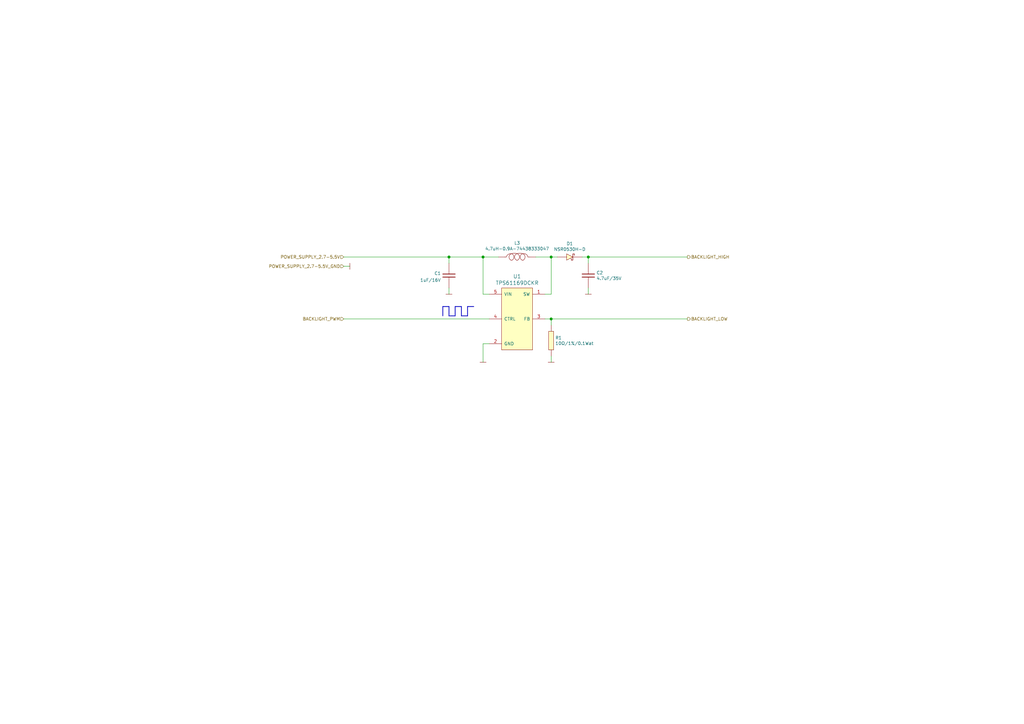
<source format=kicad_sch>
(kicad_sch (version 20211123) (generator eeschema)
  (paper "A3")
  (title_block (title "LCD Backlight Controller") (date "2020-12-19") (rev "V1.0") (company "Embedded System Labs"))
  (lib_symbols
    (symbol "Capacitors_Smd0603:1uF" (pin_numbers hide) (pin_names (offset 1.016) hide)
      (property "Reference" "C" (at 2.54 2.54 0))
      (property "Value" "1uF" (at 6.35 -2.54 0))
      (symbol "1uF_0_1"
        (polyline (pts (xy 2.54 -0.635) (xy -2.54 -0.635) (xy -2.54 -0.635)) (stroke (width 0.3048)))
        (polyline (pts (xy 2.54 0.635) (xy -2.54 0.635) (xy -2.54 0.635)) (stroke (width 0.3048)))
      )
      (symbol "1uF_1_1"
        (pin passive line (at 0 5.08 270) (length 4.4704) (name "~") (number "1"))
        (pin passive line (at 0 -5.08 90) (length 4.4704) (name "~") (number "2"))
      )
    )
    (symbol "Capacitors_Smd0603:4_7uF_0603" (pin_numbers hide) (pin_names (offset 0.254))
      (property "Reference" "C" (at 1.27 2.54 0))
      (property "Value" "4_7uF_0603" (at 1.27 -2.54 0))
      (symbol "4_7uF_0603_0_1"
        (polyline (pts (xy 2.54 -0.635) (xy -2.54 -0.635) (xy -2.54 -0.635)) (stroke (width 0.3048)))
        (polyline (pts (xy 2.54 0.635) (xy -2.54 0.635) (xy -2.54 0.635)) (stroke (width 0.3048)))
      )
      (symbol "4_7uF_0603_1_1"
        (pin passive line (at 0 5.08 270) (length 4.4704) (name "~") (number "1"))
        (pin passive line (at 0 -5.08 90) (length 4.4704) (name "~") (number "2"))
      )
    )
    (symbol "Diodes:NSR0530H-D" (pin_numbers hide) (pin_names (offset 1.016) hide)
      (property "Reference" "D" (at 0 5.08 0))
      (property "Value" "NSR0530H-D" (at 0 2.54 0))
      (symbol "NSR0530H-D_1_1"
        (polyline (pts (xy -1.27 1.27) (xy -1.27 -1.27)))
        (polyline (pts (xy -1.27 1.27) (xy 1.27 0) (xy -1.27 -1.27)) (fill (type background)))
        (polyline (pts (xy 1.905 0.635) (xy 1.905 1.27) (xy 1.27 1.27) (xy 1.27 -1.27) (xy 0.635 -1.27) (xy 0.635 -0.635)) (stroke (width 0.2032)))
        (pin passive line (at 5.08 0 180) (length 3.81) (name "K") (number "1"))
        (pin passive line (at -5.08 0 0) (length 3.81) (name "A") (number "2"))
      )
    )
    (symbol "Inductors:4.7uH-0.9A-74438333047" (pin_numbers hide) (pin_names (offset 1.016) hide)
      (property "Reference" "L" (at -2.54 0 90))
      (property "Value" "4.7uH-0.9A-74438333047" (at 2.54 0 90))
      (symbol "4.7uH-0.9A-74438333047_0_1"
        (arc (start -1.27 -2.54) (mid 0 -3.2591) (end 1.27 -2.54))
        (arc (start -1.27 -2.032) (mid -1.3189 -2.286) (end -1.27 -2.54))
        (arc (start -1.27 -0.254) (mid 0 -0.9731) (end 1.27 -0.254))
        (arc (start -1.27 0.254) (mid -1.3189 0) (end -1.27 -0.254))
        (arc (start -1.27 2.032) (mid 0 1.3129) (end 1.27 2.032))
        (arc (start -1.27 2.54) (mid -1.3189 2.286) (end -1.27 2.032))
        (arc (start 0 -4.445) (mid 1.1486 -3.648) (end 1.3208 -2.2606))
        (polyline (pts (xy 0 -5.08) (xy 0 -4.445)))
        (polyline (pts (xy 0 4.445) (xy 0 5.08)))
        (arc (start 1.27 -2.54) (mid 1.33 -2.286) (end 1.27 -2.032))
        (arc (start 1.27 -2.032) (mid 0 -1.2471) (end -1.27 -2.032))
        (arc (start 1.27 -0.254) (mid 1.33 0) (end 1.27 0.254))
        (arc (start 1.27 0.254) (mid 0 1.0389) (end -1.27 0.254))
        (arc (start 1.27 2.032) (mid 1.33 2.286) (end 1.27 2.54))
        (arc (start 1.27 2.54) (mid 0 3.3249) (end -1.27 2.54))
        (arc (start 1.3208 -2.413) (mid 1.5295 -1.143) (end 1.3208 0.127))
        (arc (start 1.3208 -0.127) (mid 1.5295 1.143) (end 1.3208 2.413))
        (arc (start 1.3208 2.2098) (mid 1.0983 3.5862) (end 0 4.445))
      )
      (symbol "4.7uH-0.9A-74438333047_1_1"
        (pin passive line (at 0 7.62 270) (length 2.54) (name "1") (number "1"))
        (pin passive line (at 0 -7.62 90) (length 2.54) (name "2") (number "2"))
      )
    )
    (symbol "Lcd_Backlight_Drivers:TPS61169DCKR" (pin_names (offset 1.016))
      (property "Reference" "U" (at 0 17.78 0))
      (property "Value" "TPS61169DCKR" (at 0 15.24 0))
      (symbol "TPS61169DCKR_0_1"
        (rectangle (start -6.35 12.7) (end 6.35 -12.7) (fill (type background)))
      )
      (symbol "TPS61169DCKR_1_1"
        (pin output line (at 11.43 10.16 180) (length 5.08) (name "SW") (number "1"))
        (pin power_in line (at -11.43 -10.16 0) (length 5.08) (name "GND") (number "2"))
        (pin input line (at 11.43 0 180) (length 5.08) (name "FB") (number "3"))
        (pin input line (at -11.43 0 0) (length 5.08) (name "CTRL") (number "4"))
        (pin power_in line (at -11.43 10.16 0) (length 5.08) (name "VIN") (number "5"))
      )
    )
    (symbol "Resistors_Smd0603:10R_1%" (pin_numbers hide) (pin_names (offset 1.016) hide)
      (property "Reference" "R" (at 2.54 0 90))
      (property "Value" "10R_1%" (at -2.54 0 90))
      (symbol "10R_1%_1_1"
        (rectangle (start -1.016 3.81) (end 1.016 -3.81) (fill (type background)))
        (pin passive line (at 0 6.35 270) (length 2.54) (name "~") (number "1"))
        (pin passive line (at 0 -6.35 90) (length 2.54) (name "~") (number "2"))
      )
    )
    (symbol "power:GND" (power) (pin_names (offset 0))
      (symbol "GND_0_1"
        (polyline (pts (xy -1.27 0) (xy 1.27 0)))
      )
      (symbol "GND_1_1"
        (pin power_in line (at 0 0 180) (length 0) hide (name "GND") (number "1"))
      )
    )
  )
  (junction (at 198.12 105.41) (diameter 1.016))
  (junction (at 184.15 105.41) (diameter 1.016))
  (junction (at 241.3 105.41) (diameter 1.016))
  (junction (at 226.06 105.41) (diameter 1.016))
  (junction (at 226.06 130.81) (diameter 1.016))
  (wire (pts (xy 226.06 130.81) (xy 281.94 130.81)))
  (polyline (pts (xy 186.69 125.73) (xy 189.23 125.73)) (stroke (width 0.3048) (type solid)))
  (polyline (pts (xy 181.61 129.54) (xy 181.61 125.73)) (stroke (width 0.3048) (type solid)))
  (wire (pts (xy 226.06 130.81) (xy 226.06 133.35)))
  (wire (pts (xy 198.12 120.65) (xy 198.12 105.41)))
  (polyline (pts (xy 191.77 129.54) (xy 191.77 125.73)) (stroke (width 0.3048) (type solid)))
  (polyline (pts (xy 191.77 125.73) (xy 194.31 125.73)) (stroke (width 0.3048) (type solid)))
  (wire (pts (xy 184.15 105.41) (xy 184.15 107.95)))
  (wire (pts (xy 223.52 120.65) (xy 226.06 120.65)))
  (polyline (pts (xy 181.61 125.73) (xy 184.15 125.73)) (stroke (width 0.3048) (type solid)))
  (wire (pts (xy 184.15 105.41) (xy 140.97 105.41)))
  (wire (pts (xy 200.66 140.97) (xy 198.12 140.97)))
  (polyline (pts (xy 189.23 125.73) (xy 189.23 129.54)) (stroke (width 0.3048) (type solid)))
  (wire (pts (xy 140.97 109.22) (xy 143.51 109.22)))
  (wire (pts (xy 241.3 105.41) (xy 281.94 105.41)))
  (wire (pts (xy 200.66 120.65) (xy 198.12 120.65)))
  (wire (pts (xy 226.06 146.05) (xy 226.06 148.59)))
  (wire (pts (xy 226.06 105.41) (xy 219.71 105.41)))
  (polyline (pts (xy 184.15 129.54) (xy 186.69 129.54)) (stroke (width 0.3048) (type solid)))
  (wire (pts (xy 184.15 118.11) (xy 184.15 120.65)))
  (wire (pts (xy 238.76 105.41) (xy 241.3 105.41)))
  (wire (pts (xy 226.06 105.41) (xy 228.6 105.41)))
  (wire (pts (xy 204.47 105.41) (xy 198.12 105.41)))
  (wire (pts (xy 241.3 118.11) (xy 241.3 120.65)))
  (polyline (pts (xy 184.15 125.73) (xy 184.15 129.54)) (stroke (width 0.3048) (type solid)))
  (wire (pts (xy 198.12 140.97) (xy 198.12 148.59)))
  (wire (pts (xy 223.52 130.81) (xy 226.06 130.81)))
  (polyline (pts (xy 186.69 129.54) (xy 186.69 125.73)) (stroke (width 0.3048) (type solid)))
  (wire (pts (xy 226.06 120.65) (xy 226.06 105.41)))
  (polyline (pts (xy 189.23 129.54) (xy 191.77 129.54)) (stroke (width 0.3048) (type solid)))
  (wire (pts (xy 198.12 105.41) (xy 184.15 105.41)))
  (wire (pts (xy 241.3 105.41) (xy 241.3 107.95)))
  (wire (pts (xy 200.66 130.81) (xy 140.97 130.81)))
  (hierarchical_label "BACKLIGHT_PWM" (shape input) (at 140.97 130.81 180))
  (hierarchical_label "BACKLIGHT_LOW" (shape output) (at 281.94 130.81 0))
  (hierarchical_label "BACKLIGHT_HIGH" (shape output) (at 281.94 105.41 0))
  (hierarchical_label "POWER_SUPPLY_2.7-5.5V" (shape input) (at 140.97 105.41 180))
  (hierarchical_label "POWER_SUPPLY_2.7-5.5V_GND" (shape input) (at 140.97 109.22 180))
  (symbol (lib_id "Lcd_Backlight_Drivers:TPS61169DCKR") (at 212.09 130.81 0) (unit 1)
    (property "Reference" "U1" (at 212.09 113.3602 0) (effects (font (size 1.524 1.524))))
    (property "Value" "TPS61169DCKR" (at 212.09 116.0526 0) (effects (font (size 1.524 1.524))))
    (property "Footprint" "Lcd_Backlight_Drivers:TPS61169DCKR" (effects hide))
    (property "Datasheet" "http://www.ti.com/general/docs/suppproductinfo.tsp?distId=26&gotoUrl=http%3A%2F%2Fwww.ti.com%2Flit%2Fgpn%2Ftps61169" (effects hide))
    (property "Manufacturer" "Texat Instruments" (effects hide))
    (property "Manufacturer Part Number" "TPS61169DCKR" (effects hide))
    (property "Supplier" "Mouser" (effects hide))
    (property "Supplier Part Number" "595-TPS61169DCKR" (effects hide))
    (property "URL" "https://pl.mouser.com/ProductDetail/Texas-Instruments/TPS61169DCKR?qs=sGAEpiMZZMshRPDbDyJ0AVlWRr1po8B0zg%2FtsS33ptY%3D" (effects hide))
    (property "Price@1pc" "3,53" (effects hide))
    (property "Price@1000pcs" "1,54" (effects hide))
    (property "Developer" "MW" (effects hide))
    (property "Package" "SC70-5" (effects hide))
    (property "LCSC Part # (optional)" "C71045" (effects hide))
  )
  (symbol (lib_id "Capacitors_Smd0603:4_7uF_0603") (at 241.3 113.03 0) (unit 1)
    (property "Reference" "C2" (at 244.6274 111.8616 0) (effects (justify left)))
    (property "Value" "4.7uF/35V" (at 244.6274 114.173 0) (effects (justify left)))
    (property "Footprint" "Capacitors_Smd_0603:4_7uF_0603" (effects hide))
    (property "Datasheet" "Smd_0603/Components_Documentation/KEM_C1005_Y5V_SMD.pdf" (effects hide))
    (property "Manufacturer" "SAMSUNG" (effects hide))
    (property "Manufacturer Part Number" "CL10A475KQ8NNNC" (effects hide))
    (property "Supplier" "TME" (effects hide))
    (property "Supplier Part Number" "CL10A475KQ8NNNC" (effects hide))
    (property "URL" "https://www.tme.eu/pl/details/cl10a475kq8nnnc/kondensatory-mlcc-smd-0603/samsung/" (effects hide))
    (property "Price@1pc" "0,08590" (effects hide))
    (property "Price@1000pcs" "0,04518" (effects hide))
    (property "Package" "0603" (effects hide))
  )
  (symbol (lib_id "Diodes:NSR0530H-D") (at 233.68 105.41 0) (unit 1)
    (property "Reference" "D1" (at 233.68 99.9236 0))
    (property "Value" "NSR0530H-D" (at 233.68 102.235 0))
    (property "Footprint" "Diodes:NSR0530H-D_SOD323" (effects hide))
    (property "Datasheet" "/home/mw/kicad_library/Schematic/Diodes/Components_Documentation/MBR230LSFT1-D.PDF" (effects hide))
  )
  (symbol (lib_id "power:GND") (at 241.3 120.65 0) (unit 1)
    (property "Reference" "#PWR0118" (effects hide))
    (property "Value" "GND" (effects hide))
  )
  (symbol (lib_id "power:GND") (at 184.15 120.65 0) (unit 1)
    (property "Reference" "#PWR0119" (effects hide))
    (property "Value" "GND" (effects hide))
  )
  (symbol (lib_id "power:GND") (at 198.12 148.59 0) (unit 1)
    (property "Reference" "#PWR0120" (effects hide))
    (property "Value" "GND" (effects hide))
  )
  (symbol (lib_id "power:GND") (at 226.06 148.59 0) (unit 1)
    (property "Reference" "#PWR0121" (effects hide))
    (property "Value" "GND" (effects hide))
  )
  (symbol (lib_id "power:GND") (at 143.51 109.22 90) (unit 1)
    (property "Reference" "#PWR0122" (effects hide))
    (property "Value" "GND" (effects hide))
  )
  (symbol (lib_id "Inductors:4.7uH-0.9A-74438333047") (at 212.09 105.41 90) (unit 1)
    (property "Reference" "L3" (at 212.09 99.695 90))
    (property "Value" "4.7uH-0.9A-74438333047" (at 212.09 102.0064 90))
    (property "Footprint" "Inductors:4.7uH-0.9A-74438333047" (effects hide))
    (property "Datasheet" "https://pl.mouser.com/datasheet/2/445/744030004-1720746.pdf" (effects hide))
    (property "Manufacturer" "Wurth" (effects hide))
    (property "Manufacturer Part Number" "74438333047" (effects hide))
    (property "Supplier" "Mouser" (effects hide))
    (property "Supplier Part Number" "710-74438333047" (effects hide))
    (property "URL" "https://pl.mouser.com/ProductDetail/Wurth-Elektronik/744030004?qs=2kOmHSv6VfR%252BWe9vXKDhWA%3D%3D" (effects hide))
    (property "Price@1pc" "6,29" (effects hide))
    (property "Price@1000pcs" "4,03" (effects hide))
    (property "Developer" "MW" (effects hide))
    (property "Package" "3mm x 3mm x 1mm" (effects hide))
  )
  (symbol (lib_id "Capacitors_Smd0603:1uF") (at 184.15 113.03 0) (unit 1)
    (property "Reference" "C1" (at 180.8226 112.1215 0) (effects (justify right)))
    (property "Value" "1uF/16V" (at 180.8226 114.8966 0) (effects (justify right)))
    (property "Footprint" "Capacitors_Smd_0603:1uF_0603" (effects hide))
    (property "Datasheet" "https://www.tme.eu/Document/4a42202b32dab16128fe107dd69598cc/samsung-chip-cap.pdf" (effects hide))
    (property "Manufacturer" "SAMSUNG" (effects hide))
    (property "Manufacturer Part Number" "CL10B105KO8NNNC" (effects hide))
    (property "Supplier" "TME" (effects hide))
    (property "Supplier Part Number" "CL10B105KO8NNNC" (effects hide))
    (property "URL" "https://www.tme.eu/pl/details/cl10b105ko8nnnc/kondensatory-mlcc-smd-0603/samsung/" (effects hide))
    (property "Price@1pc" "0,07530" (effects hide))
    (property "Price@1000pcs" "0,03514" (effects hide))
    (property "Package" "0603" (effects hide))
    (property "LCSC Part #(optional)" "C105504" (effects hide))
  )
  (symbol (lib_id "Resistors_Smd0603:10R_1%") (at 226.06 139.7 0) (unit 1)
    (property "Reference" "R1" (at 227.711 138.551 0) (effects (justify left)))
    (property "Value" "10Ω/1%/0.1Wat" (at 227.711 140.849 0) (effects (justify left)))
    (property "Footprint" "Resistor_Smd_0603:10R_0603" (effects hide))
    (property "Datasheet" "https://www.tme.eu/Document/b315665a56acbc42df513c99b390ad98/ROYALOHM-THICKFILM.pdf" (effects hide))
    (property "Manufacturer" "ROYAL OHM" (effects hide))
    (property "Manufacturer Part Number" "0603SAF100JT5E" (effects hide))
    (property "Supplier" "TME" (effects hide))
    (property "Supplier Part Number" "SMD0603-10R-1%" (effects hide))
    (property "URL" "https://www.tme.eu/pl/details/smd0603-10r-1%2525/rezystory-smd-0603/royal-ohm/0603saf100jt5e/" (effects hide))
    (property "Price@1pc" "0,06200" (effects hide))
    (property "Price@1000pcs" "0,01694" (effects hide))
    (property "Developer" "MW" (effects hide))
    (property "Package" "0603" (effects hide))
    (property "LCSC Part # (optional)" "C269702" (effects hide))
  )
)
</source>
